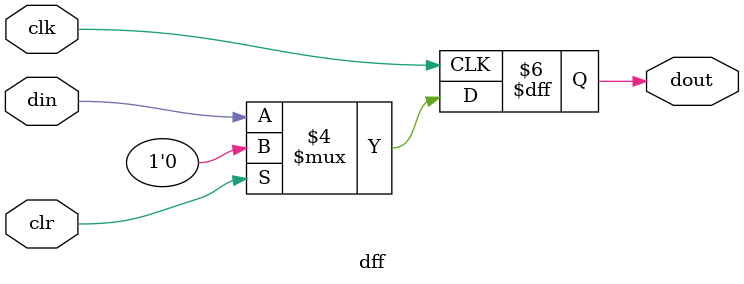
<source format=v>
`timescale 1ns / 1ps


module dff(
    input clk, clr, din,
    output reg dout
    );
    
    always@(posedge clk)
    begin
        if (clr == 1'b1)
            dout <= 1'b0;
        else
            dout <= din;
    end
    
endmodule

</source>
